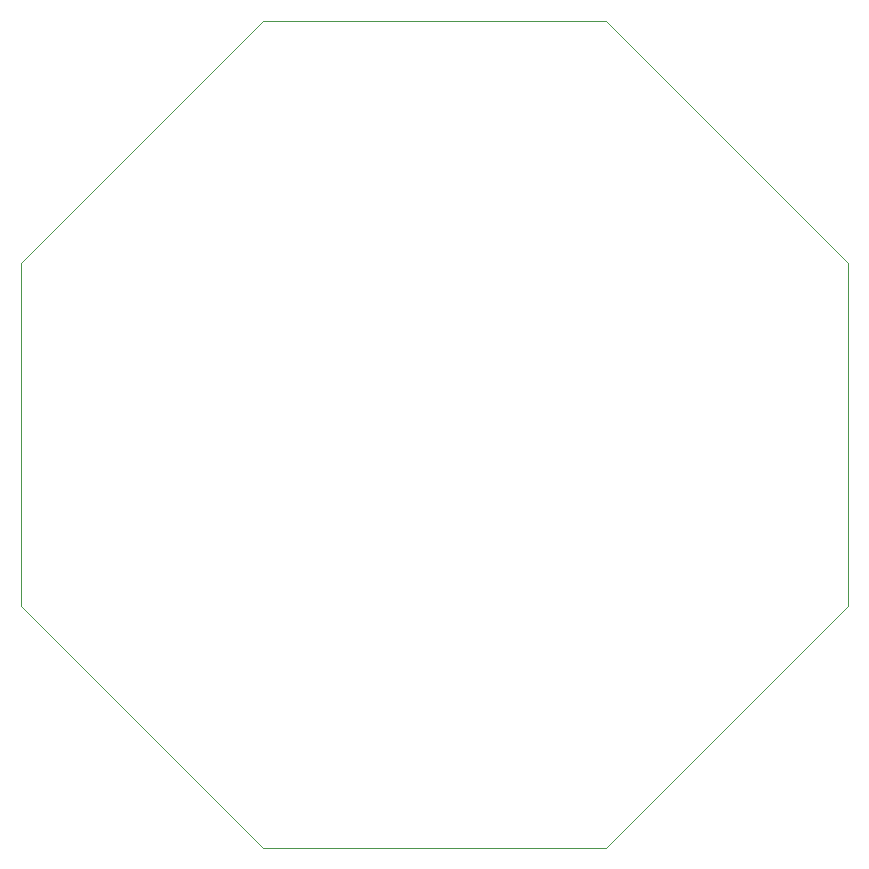
<source format=gbr>
G04 #@! TF.GenerationSoftware,KiCad,Pcbnew,5.99.0-unknown-29c2f3b7d4~131~ubuntu20.04.1*
G04 #@! TF.CreationDate,2021-09-13T23:51:01+03:00*
G04 #@! TF.ProjectId,FreeEEG32-alpha131,46726565-4545-4473-9332-2d616c706861,rev?*
G04 #@! TF.SameCoordinates,Original*
G04 #@! TF.FileFunction,Profile,NP*
%FSLAX46Y46*%
G04 Gerber Fmt 4.6, Leading zero omitted, Abs format (unit mm)*
G04 Created by KiCad (PCBNEW 5.99.0-unknown-29c2f3b7d4~131~ubuntu20.04.1) date 2021-09-13 23:51:01*
%MOMM*%
%LPD*%
G01*
G04 APERTURE LIST*
G04 #@! TA.AperFunction,Profile*
%ADD10C,0.075000*%
G04 #@! TD*
G04 APERTURE END LIST*
D10*
X-35000000Y14500000D02*
X-35000000Y-14500000D01*
X-35000000Y-14500000D02*
X-14500000Y-35000000D01*
X-14500000Y-35000000D02*
X14500000Y-35000000D01*
X14500000Y-35000000D02*
X35000000Y-14500000D01*
X35000000Y-14500000D02*
X35000000Y14500000D01*
X35000000Y14500000D02*
X14500000Y35000000D01*
X14500000Y35000000D02*
X-14500000Y35000000D01*
X-14500000Y35000000D02*
X-35000000Y14500000D01*
M02*

</source>
